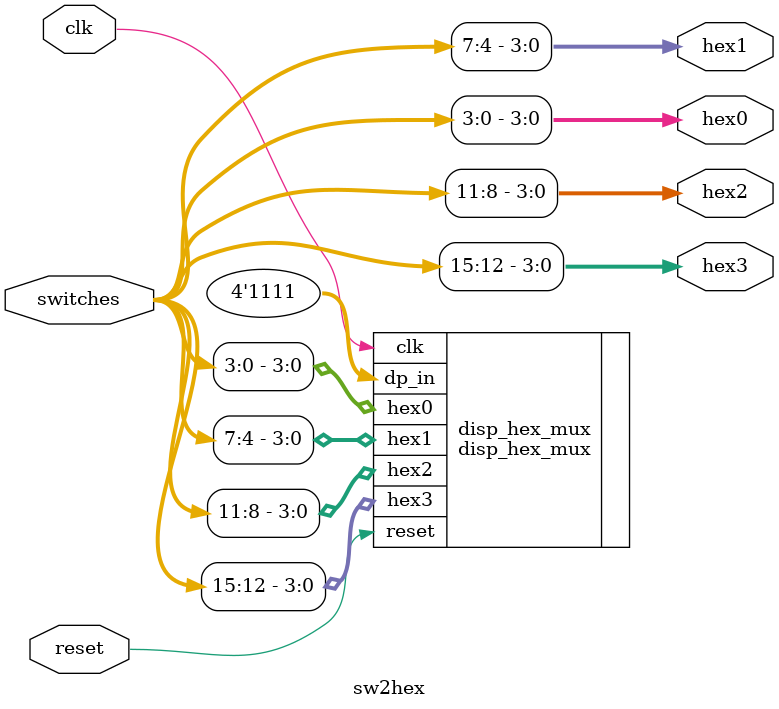
<source format=sv>
`timescale 1ns / 1ps


module sw2hex
(
    input logic clk, reset,
    input logic [15:0] switches,
    output logic [3:0] hex0, hex1, hex2, hex3
);

    
disp_hex_mux disp_hex_mux
(
    .clk(clk),
    .reset(reset),
    .hex0(hex0),
    .hex1(hex1),
    .hex2(hex2),
    .hex3(hex3),
    .dp_in(4'b1111) // decimal points off (active low)
);
    
assign hex3 = switches[15:12];
assign hex2 = switches[11:8];
assign hex1 = switches[7:4];
assign hex0 = switches[3:0];

endmodule

</source>
